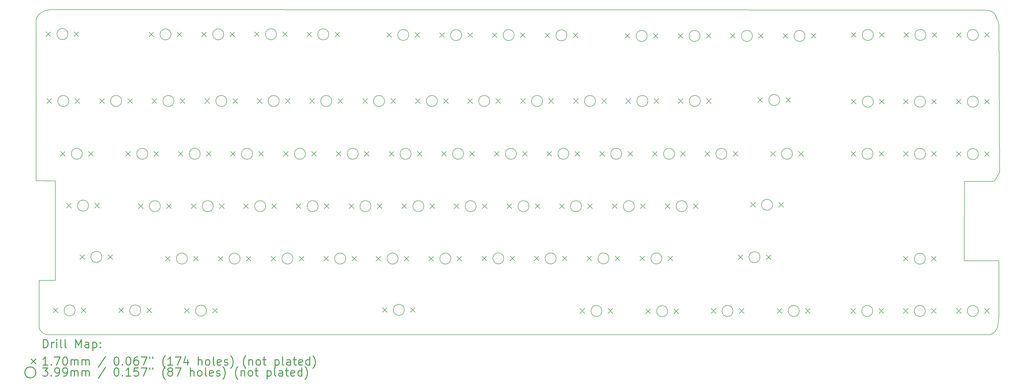
<source format=gbr>
%FSLAX45Y45*%
G04 Gerber Fmt 4.5, Leading zero omitted, Abs format (unit mm)*
G04 Created by KiCad (PCBNEW 4.0.7) date Thu Sep  6 10:03:21 2018*
%MOMM*%
%LPD*%
G01*
G04 APERTURE LIST*
%ADD10C,0.127000*%
%ADD11C,0.150000*%
%ADD12C,0.200000*%
%ADD13C,0.300000*%
G04 APERTURE END LIST*
D10*
D11*
X36425000Y-11550000D02*
X37680000Y-11550000D01*
X36425000Y-10344000D02*
X36435000Y-9451000D01*
X36425000Y-11550000D02*
X36425000Y-10345000D01*
X36435000Y-9450000D02*
X36435000Y-8680000D01*
X2895000Y-2800000D02*
X2887000Y-2855000D01*
X2915000Y-2750000D02*
X2895000Y-2800000D01*
X2947000Y-2697000D02*
X2915000Y-2750000D01*
X2992000Y-2643000D02*
X2947000Y-2698000D01*
X3044000Y-2597000D02*
X2992000Y-2643000D01*
X3100000Y-2560000D02*
X3044000Y-2597000D01*
X3150000Y-2530000D02*
X3100000Y-2560000D01*
X3200000Y-2510000D02*
X3150000Y-2530000D01*
X3250000Y-2495000D02*
X3200000Y-2510000D01*
X3340000Y-2475000D02*
X3250000Y-2495000D01*
X3445000Y-2465000D02*
X3340000Y-2475000D01*
X3550000Y-2460000D02*
X3445000Y-2465000D01*
X37105000Y-2485000D02*
X3550000Y-2460000D01*
X37260000Y-2490000D02*
X37105000Y-2485000D01*
X37360000Y-2505000D02*
X37260000Y-2490000D01*
X37420000Y-2530000D02*
X37360000Y-2505000D01*
X37485000Y-2580000D02*
X37420000Y-2530000D01*
X37530000Y-2635000D02*
X37485000Y-2580000D01*
X37555000Y-2675000D02*
X37530000Y-2635000D01*
X37595000Y-2770000D02*
X37555000Y-2675000D01*
X37620000Y-2835000D02*
X37595000Y-2770000D01*
X37650000Y-2905000D02*
X37620000Y-2835000D01*
X37670000Y-2975000D02*
X37650000Y-2905000D01*
X37680000Y-3050000D02*
X37670000Y-2975000D01*
X37700000Y-8345000D02*
X37680000Y-3050000D01*
X37505000Y-8680000D02*
X37700000Y-8345000D01*
X36435000Y-8680000D02*
X37505000Y-8680000D01*
X37675000Y-13550000D02*
X37680000Y-11550000D01*
X37665000Y-13730000D02*
X37675000Y-13550000D01*
X37645000Y-13865000D02*
X37665000Y-13730000D01*
X37625000Y-13955000D02*
X37645000Y-13865000D01*
X37600000Y-14015000D02*
X37625000Y-13955000D01*
X37570000Y-14065000D02*
X37600000Y-14015000D01*
X37530000Y-14115000D02*
X37570000Y-14065000D01*
X37485000Y-14155000D02*
X37530000Y-14115000D01*
X37435000Y-14190000D02*
X37485000Y-14155000D01*
X37400000Y-14210000D02*
X37435000Y-14190000D01*
X37345000Y-14225000D02*
X37400000Y-14210000D01*
X3290000Y-14225000D02*
X37345000Y-14225000D01*
X3215000Y-14205000D02*
X3290000Y-14225000D01*
X3170000Y-14182000D02*
X3215000Y-14205000D01*
X3120000Y-14155000D02*
X3169000Y-14182000D01*
X3080000Y-14115000D02*
X3120000Y-14155000D01*
X3040000Y-14060000D02*
X3080000Y-14115000D01*
X3010000Y-14015000D02*
X3040000Y-14060000D01*
X2995000Y-13949000D02*
X3010000Y-14015000D01*
X3000000Y-12260000D02*
X2995000Y-13950000D01*
X3580000Y-12260000D02*
X3000000Y-12260000D01*
X3580000Y-8660000D02*
X3580000Y-12260000D01*
X2890000Y-8655000D02*
X3580000Y-8660000D01*
X2887000Y-2855000D02*
X2890000Y-8655000D01*
D12*
X3246910Y-3264910D02*
X3417090Y-3435090D01*
X3417090Y-3264910D02*
X3246910Y-3435090D01*
X3276910Y-5684910D02*
X3447090Y-5855090D01*
X3447090Y-5684910D02*
X3276910Y-5855090D01*
X3506910Y-13259910D02*
X3677090Y-13430090D01*
X3677090Y-13259910D02*
X3506910Y-13430090D01*
X3766910Y-7594910D02*
X3937090Y-7765090D01*
X3937090Y-7594910D02*
X3766910Y-7765090D01*
X3991910Y-9469910D02*
X4162090Y-9640090D01*
X4162090Y-9469910D02*
X3991910Y-9640090D01*
X4262910Y-3264910D02*
X4433090Y-3435090D01*
X4433090Y-3264910D02*
X4262910Y-3435090D01*
X4292910Y-5684910D02*
X4463090Y-5855090D01*
X4463090Y-5684910D02*
X4292910Y-5855090D01*
X4471910Y-11324910D02*
X4642090Y-11495090D01*
X4642090Y-11324910D02*
X4471910Y-11495090D01*
X4522910Y-13259910D02*
X4693090Y-13430090D01*
X4693090Y-13259910D02*
X4522910Y-13430090D01*
X4782910Y-7594910D02*
X4953090Y-7765090D01*
X4953090Y-7594910D02*
X4782910Y-7765090D01*
X5007910Y-9469910D02*
X5178090Y-9640090D01*
X5178090Y-9469910D02*
X5007910Y-9640090D01*
X5186910Y-5684910D02*
X5357090Y-5855090D01*
X5357090Y-5684910D02*
X5186910Y-5855090D01*
X5487910Y-11324910D02*
X5658090Y-11495090D01*
X5658090Y-11324910D02*
X5487910Y-11495090D01*
X5876910Y-13259910D02*
X6047090Y-13430090D01*
X6047090Y-13259910D02*
X5876910Y-13430090D01*
X6131910Y-7594910D02*
X6302090Y-7765090D01*
X6302090Y-7594910D02*
X6131910Y-7765090D01*
X6202910Y-5684910D02*
X6373090Y-5855090D01*
X6373090Y-5684910D02*
X6202910Y-5855090D01*
X6586910Y-9489910D02*
X6757090Y-9660090D01*
X6757090Y-9489910D02*
X6586910Y-9660090D01*
X6892910Y-13259910D02*
X7063090Y-13430090D01*
X7063090Y-13259910D02*
X6892910Y-13430090D01*
X6971910Y-3274910D02*
X7142090Y-3445090D01*
X7142090Y-3274910D02*
X6971910Y-3445090D01*
X7076910Y-5684910D02*
X7247090Y-5855090D01*
X7247090Y-5684910D02*
X7076910Y-5855090D01*
X7147910Y-7594910D02*
X7318090Y-7765090D01*
X7318090Y-7594910D02*
X7147910Y-7765090D01*
X7561910Y-11384910D02*
X7732090Y-11555090D01*
X7732090Y-11384910D02*
X7561910Y-11555090D01*
X7602910Y-9489910D02*
X7773090Y-9660090D01*
X7773090Y-9489910D02*
X7602910Y-9660090D01*
X7987910Y-3274910D02*
X8158090Y-3445090D01*
X8158090Y-3274910D02*
X7987910Y-3445090D01*
X8026910Y-7594910D02*
X8197090Y-7765090D01*
X8197090Y-7594910D02*
X8026910Y-7765090D01*
X8092910Y-5684910D02*
X8263090Y-5855090D01*
X8263090Y-5684910D02*
X8092910Y-5855090D01*
X8251910Y-13269910D02*
X8422090Y-13440090D01*
X8422090Y-13269910D02*
X8251910Y-13440090D01*
X8496910Y-9489910D02*
X8667090Y-9660090D01*
X8667090Y-9489910D02*
X8496910Y-9660090D01*
X8577910Y-11384910D02*
X8748090Y-11555090D01*
X8748090Y-11384910D02*
X8577910Y-11555090D01*
X8876910Y-3274910D02*
X9047090Y-3445090D01*
X9047090Y-3274910D02*
X8876910Y-3445090D01*
X8986910Y-5684910D02*
X9157090Y-5855090D01*
X9157090Y-5684910D02*
X8986910Y-5855090D01*
X9042910Y-7594910D02*
X9213090Y-7765090D01*
X9213090Y-7594910D02*
X9042910Y-7765090D01*
X9267910Y-13269910D02*
X9438090Y-13440090D01*
X9438090Y-13269910D02*
X9267910Y-13440090D01*
X9466910Y-11384910D02*
X9637090Y-11555090D01*
X9637090Y-11384910D02*
X9466910Y-11555090D01*
X9512910Y-9489910D02*
X9683090Y-9660090D01*
X9683090Y-9489910D02*
X9512910Y-9660090D01*
X9892910Y-3274910D02*
X10063090Y-3445090D01*
X10063090Y-3274910D02*
X9892910Y-3445090D01*
X9916910Y-7594910D02*
X10087090Y-7765090D01*
X10087090Y-7594910D02*
X9916910Y-7765090D01*
X10002910Y-5684910D02*
X10173090Y-5855090D01*
X10173090Y-5684910D02*
X10002910Y-5855090D01*
X10391910Y-9489910D02*
X10562090Y-9660090D01*
X10562090Y-9489910D02*
X10391910Y-9660090D01*
X10482910Y-11384910D02*
X10653090Y-11555090D01*
X10653090Y-11384910D02*
X10482910Y-11555090D01*
X10781910Y-3269910D02*
X10952090Y-3440090D01*
X10952090Y-3269910D02*
X10781910Y-3440090D01*
X10881910Y-5684910D02*
X11052090Y-5855090D01*
X11052090Y-5684910D02*
X10881910Y-5855090D01*
X10932910Y-7594910D02*
X11103090Y-7765090D01*
X11103090Y-7594910D02*
X10932910Y-7765090D01*
X11376910Y-11384910D02*
X11547090Y-11555090D01*
X11547090Y-11384910D02*
X11376910Y-11555090D01*
X11407910Y-9489910D02*
X11578090Y-9660090D01*
X11578090Y-9489910D02*
X11407910Y-9660090D01*
X11797910Y-3269910D02*
X11968090Y-3440090D01*
X11968090Y-3269910D02*
X11797910Y-3440090D01*
X11826910Y-7594910D02*
X11997090Y-7765090D01*
X11997090Y-7594910D02*
X11826910Y-7765090D01*
X11897910Y-5684910D02*
X12068090Y-5855090D01*
X12068090Y-5684910D02*
X11897910Y-5855090D01*
X12286910Y-9489910D02*
X12457090Y-9660090D01*
X12457090Y-9489910D02*
X12286910Y-9660090D01*
X12392910Y-11384910D02*
X12563090Y-11555090D01*
X12563090Y-11384910D02*
X12392910Y-11555090D01*
X12671910Y-3274910D02*
X12842090Y-3445090D01*
X12842090Y-3274910D02*
X12671910Y-3445090D01*
X12776910Y-5684910D02*
X12947090Y-5855090D01*
X12947090Y-5684910D02*
X12776910Y-5855090D01*
X12842910Y-7594910D02*
X13013090Y-7765090D01*
X13013090Y-7594910D02*
X12842910Y-7765090D01*
X13281910Y-11384910D02*
X13452090Y-11555090D01*
X13452090Y-11384910D02*
X13281910Y-11555090D01*
X13302910Y-9489910D02*
X13473090Y-9660090D01*
X13473090Y-9489910D02*
X13302910Y-9660090D01*
X13687910Y-3274910D02*
X13858090Y-3445090D01*
X13858090Y-3274910D02*
X13687910Y-3445090D01*
X13736910Y-7594910D02*
X13907090Y-7765090D01*
X13907090Y-7594910D02*
X13736910Y-7765090D01*
X13792910Y-5684910D02*
X13963090Y-5855090D01*
X13963090Y-5684910D02*
X13792910Y-5855090D01*
X14196910Y-9489910D02*
X14367090Y-9660090D01*
X14367090Y-9489910D02*
X14196910Y-9660090D01*
X14297910Y-11384910D02*
X14468090Y-11555090D01*
X14468090Y-11384910D02*
X14297910Y-11555090D01*
X14686910Y-5684910D02*
X14857090Y-5855090D01*
X14857090Y-5684910D02*
X14686910Y-5855090D01*
X14752910Y-7594910D02*
X14923090Y-7765090D01*
X14923090Y-7594910D02*
X14752910Y-7765090D01*
X15176910Y-11384910D02*
X15347090Y-11555090D01*
X15347090Y-11384910D02*
X15176910Y-11555090D01*
X15212910Y-9489910D02*
X15383090Y-9660090D01*
X15383090Y-9489910D02*
X15212910Y-9660090D01*
X15401910Y-13239910D02*
X15572090Y-13410090D01*
X15572090Y-13239910D02*
X15401910Y-13410090D01*
X15561910Y-3294910D02*
X15732090Y-3465090D01*
X15732090Y-3294910D02*
X15561910Y-3465090D01*
X15646910Y-7594910D02*
X15817090Y-7765090D01*
X15817090Y-7594910D02*
X15646910Y-7765090D01*
X15702910Y-5684910D02*
X15873090Y-5855090D01*
X15873090Y-5684910D02*
X15702910Y-5855090D01*
X16106910Y-9489910D02*
X16277090Y-9660090D01*
X16277090Y-9489910D02*
X16106910Y-9660090D01*
X16192910Y-11384910D02*
X16363090Y-11555090D01*
X16363090Y-11384910D02*
X16192910Y-11555090D01*
X16417910Y-13239910D02*
X16588090Y-13410090D01*
X16588090Y-13239910D02*
X16417910Y-13410090D01*
X16577910Y-3294910D02*
X16748090Y-3465090D01*
X16748090Y-3294910D02*
X16577910Y-3465090D01*
X16596910Y-5684910D02*
X16767090Y-5855090D01*
X16767090Y-5684910D02*
X16596910Y-5855090D01*
X16662910Y-7594910D02*
X16833090Y-7765090D01*
X16833090Y-7594910D02*
X16662910Y-7765090D01*
X17081910Y-11384910D02*
X17252090Y-11555090D01*
X17252090Y-11384910D02*
X17081910Y-11555090D01*
X17122910Y-9489910D02*
X17293090Y-9660090D01*
X17293090Y-9489910D02*
X17122910Y-9660090D01*
X17471910Y-3299910D02*
X17642090Y-3470090D01*
X17642090Y-3299910D02*
X17471910Y-3470090D01*
X17541910Y-7594910D02*
X17712090Y-7765090D01*
X17712090Y-7594910D02*
X17541910Y-7765090D01*
X17612910Y-5684910D02*
X17783090Y-5855090D01*
X17783090Y-5684910D02*
X17612910Y-5855090D01*
X17996910Y-9489910D02*
X18167090Y-9660090D01*
X18167090Y-9489910D02*
X17996910Y-9660090D01*
X18097910Y-11384910D02*
X18268090Y-11555090D01*
X18268090Y-11384910D02*
X18097910Y-11555090D01*
X18486910Y-5684910D02*
X18657090Y-5855090D01*
X18657090Y-5684910D02*
X18486910Y-5855090D01*
X18487910Y-3299910D02*
X18658090Y-3470090D01*
X18658090Y-3299910D02*
X18487910Y-3470090D01*
X18557910Y-7594910D02*
X18728090Y-7765090D01*
X18728090Y-7594910D02*
X18557910Y-7765090D01*
X18996910Y-11379910D02*
X19167090Y-11550090D01*
X19167090Y-11379910D02*
X18996910Y-11550090D01*
X19012910Y-9489910D02*
X19183090Y-9660090D01*
X19183090Y-9489910D02*
X19012910Y-9660090D01*
X19371910Y-3299910D02*
X19542090Y-3470090D01*
X19542090Y-3299910D02*
X19371910Y-3470090D01*
X19451910Y-7594910D02*
X19622090Y-7765090D01*
X19622090Y-7594910D02*
X19451910Y-7765090D01*
X19502910Y-5684910D02*
X19673090Y-5855090D01*
X19673090Y-5684910D02*
X19502910Y-5855090D01*
X19906910Y-9489910D02*
X20077090Y-9660090D01*
X20077090Y-9489910D02*
X19906910Y-9660090D01*
X20012910Y-11379910D02*
X20183090Y-11550090D01*
X20183090Y-11379910D02*
X20012910Y-11550090D01*
X20387910Y-3299910D02*
X20558090Y-3470090D01*
X20558090Y-3299910D02*
X20387910Y-3470090D01*
X20396910Y-5684910D02*
X20567090Y-5855090D01*
X20567090Y-5684910D02*
X20396910Y-5855090D01*
X20467910Y-7594910D02*
X20638090Y-7765090D01*
X20638090Y-7594910D02*
X20467910Y-7765090D01*
X20886910Y-11379910D02*
X21057090Y-11550090D01*
X21057090Y-11379910D02*
X20886910Y-11550090D01*
X20922910Y-9489910D02*
X21093090Y-9660090D01*
X21093090Y-9489910D02*
X20922910Y-9660090D01*
X21276910Y-3309910D02*
X21447090Y-3480090D01*
X21447090Y-3309910D02*
X21276910Y-3480090D01*
X21346910Y-7594910D02*
X21517090Y-7765090D01*
X21517090Y-7594910D02*
X21346910Y-7765090D01*
X21412910Y-5684910D02*
X21583090Y-5855090D01*
X21583090Y-5684910D02*
X21412910Y-5855090D01*
X21801910Y-9489910D02*
X21972090Y-9660090D01*
X21972090Y-9489910D02*
X21801910Y-9660090D01*
X21902910Y-11379910D02*
X22073090Y-11550090D01*
X22073090Y-11379910D02*
X21902910Y-11550090D01*
X22292910Y-3309910D02*
X22463090Y-3480090D01*
X22463090Y-3309910D02*
X22292910Y-3480090D01*
X22306910Y-5684910D02*
X22477090Y-5855090D01*
X22477090Y-5684910D02*
X22306910Y-5855090D01*
X22362910Y-7594910D02*
X22533090Y-7765090D01*
X22533090Y-7594910D02*
X22362910Y-7765090D01*
X22541910Y-13279910D02*
X22712090Y-13450090D01*
X22712090Y-13279910D02*
X22541910Y-13450090D01*
X22796910Y-11379910D02*
X22967090Y-11550090D01*
X22967090Y-11379910D02*
X22796910Y-11550090D01*
X22817910Y-9489910D02*
X22988090Y-9660090D01*
X22988090Y-9489910D02*
X22817910Y-9660090D01*
X23256910Y-7594910D02*
X23427090Y-7765090D01*
X23427090Y-7594910D02*
X23256910Y-7765090D01*
X23322910Y-5684910D02*
X23493090Y-5855090D01*
X23493090Y-5684910D02*
X23322910Y-5855090D01*
X23557910Y-13279910D02*
X23728090Y-13450090D01*
X23728090Y-13279910D02*
X23557910Y-13450090D01*
X23711910Y-9489910D02*
X23882090Y-9660090D01*
X23882090Y-9489910D02*
X23711910Y-9660090D01*
X23812910Y-11379910D02*
X23983090Y-11550090D01*
X23983090Y-11379910D02*
X23812910Y-11550090D01*
X24176910Y-3329910D02*
X24347090Y-3500090D01*
X24347090Y-3329910D02*
X24176910Y-3500090D01*
X24201910Y-5684910D02*
X24372090Y-5855090D01*
X24372090Y-5684910D02*
X24201910Y-5855090D01*
X24272910Y-7594910D02*
X24443090Y-7765090D01*
X24443090Y-7594910D02*
X24272910Y-7765090D01*
X24706910Y-11379910D02*
X24877090Y-11550090D01*
X24877090Y-11379910D02*
X24706910Y-11550090D01*
X24727910Y-9489910D02*
X24898090Y-9660090D01*
X24898090Y-9489910D02*
X24727910Y-9660090D01*
X24916910Y-13289910D02*
X25087090Y-13460090D01*
X25087090Y-13289910D02*
X24916910Y-13460090D01*
X25166910Y-7594910D02*
X25337090Y-7765090D01*
X25337090Y-7594910D02*
X25166910Y-7765090D01*
X25192910Y-3329910D02*
X25363090Y-3500090D01*
X25363090Y-3329910D02*
X25192910Y-3500090D01*
X25217910Y-5684910D02*
X25388090Y-5855090D01*
X25388090Y-5684910D02*
X25217910Y-5855090D01*
X25621910Y-9489910D02*
X25792090Y-9660090D01*
X25792090Y-9489910D02*
X25621910Y-9660090D01*
X25722910Y-11379910D02*
X25893090Y-11550090D01*
X25893090Y-11379910D02*
X25722910Y-11550090D01*
X25932910Y-13289910D02*
X26103090Y-13460090D01*
X26103090Y-13289910D02*
X25932910Y-13460090D01*
X26086910Y-3329910D02*
X26257090Y-3500090D01*
X26257090Y-3329910D02*
X26086910Y-3500090D01*
X26096910Y-5684910D02*
X26267090Y-5855090D01*
X26267090Y-5684910D02*
X26096910Y-5855090D01*
X26182910Y-7594910D02*
X26353090Y-7765090D01*
X26353090Y-7594910D02*
X26182910Y-7765090D01*
X26637910Y-9489910D02*
X26808090Y-9660090D01*
X26808090Y-9489910D02*
X26637910Y-9660090D01*
X27056910Y-7594910D02*
X27227090Y-7765090D01*
X27227090Y-7594910D02*
X27056910Y-7765090D01*
X27102910Y-3329910D02*
X27273090Y-3500090D01*
X27273090Y-3329910D02*
X27102910Y-3500090D01*
X27112910Y-5684910D02*
X27283090Y-5855090D01*
X27283090Y-5684910D02*
X27112910Y-5855090D01*
X27276910Y-13279910D02*
X27447090Y-13450090D01*
X27447090Y-13279910D02*
X27276910Y-13450090D01*
X27976910Y-3329910D02*
X28147090Y-3500090D01*
X28147090Y-3329910D02*
X27976910Y-3500090D01*
X28072910Y-7594910D02*
X28243090Y-7765090D01*
X28243090Y-7594910D02*
X28072910Y-7765090D01*
X28251910Y-11334910D02*
X28422090Y-11505090D01*
X28422090Y-11334910D02*
X28251910Y-11505090D01*
X28292910Y-13279910D02*
X28463090Y-13450090D01*
X28463090Y-13279910D02*
X28292910Y-13450090D01*
X28706910Y-9439910D02*
X28877090Y-9610090D01*
X28877090Y-9439910D02*
X28706910Y-9610090D01*
X28966910Y-5649910D02*
X29137090Y-5820090D01*
X29137090Y-5649910D02*
X28966910Y-5820090D01*
X28992910Y-3329910D02*
X29163090Y-3500090D01*
X29163090Y-3329910D02*
X28992910Y-3500090D01*
X29267910Y-11334910D02*
X29438090Y-11505090D01*
X29438090Y-11334910D02*
X29267910Y-11505090D01*
X29426910Y-7594910D02*
X29597090Y-7765090D01*
X29597090Y-7594910D02*
X29426910Y-7765090D01*
X29671910Y-13279910D02*
X29842090Y-13450090D01*
X29842090Y-13279910D02*
X29671910Y-13450090D01*
X29722910Y-9439910D02*
X29893090Y-9610090D01*
X29893090Y-9439910D02*
X29722910Y-9610090D01*
X29881910Y-3329910D02*
X30052090Y-3500090D01*
X30052090Y-3329910D02*
X29881910Y-3500090D01*
X29982910Y-5649910D02*
X30153090Y-5820090D01*
X30153090Y-5649910D02*
X29982910Y-5820090D01*
X30442910Y-7594910D02*
X30613090Y-7765090D01*
X30613090Y-7594910D02*
X30442910Y-7765090D01*
X30687910Y-13279910D02*
X30858090Y-13450090D01*
X30858090Y-13279910D02*
X30687910Y-13450090D01*
X30897910Y-3329910D02*
X31068090Y-3500090D01*
X31068090Y-3329910D02*
X30897910Y-3500090D01*
X32326910Y-13279910D02*
X32497090Y-13450090D01*
X32497090Y-13279910D02*
X32326910Y-13450090D01*
X32336910Y-7594910D02*
X32507090Y-7765090D01*
X32507090Y-7594910D02*
X32336910Y-7765090D01*
X32346910Y-3294910D02*
X32517090Y-3465090D01*
X32517090Y-3294910D02*
X32346910Y-3465090D01*
X32346910Y-5709910D02*
X32517090Y-5880090D01*
X32517090Y-5709910D02*
X32346910Y-5880090D01*
X33342910Y-13279910D02*
X33513090Y-13450090D01*
X33513090Y-13279910D02*
X33342910Y-13450090D01*
X33352910Y-7594910D02*
X33523090Y-7765090D01*
X33523090Y-7594910D02*
X33352910Y-7765090D01*
X33362910Y-3294910D02*
X33533090Y-3465090D01*
X33533090Y-3294910D02*
X33362910Y-3465090D01*
X33362910Y-5709910D02*
X33533090Y-5880090D01*
X33533090Y-5709910D02*
X33362910Y-5880090D01*
X34226910Y-11389910D02*
X34397090Y-11560090D01*
X34397090Y-11389910D02*
X34226910Y-11560090D01*
X34226910Y-13279910D02*
X34397090Y-13450090D01*
X34397090Y-13279910D02*
X34226910Y-13450090D01*
X34231910Y-5709910D02*
X34402090Y-5880090D01*
X34402090Y-5709910D02*
X34231910Y-5880090D01*
X34231910Y-7594910D02*
X34402090Y-7765090D01*
X34402090Y-7594910D02*
X34231910Y-7765090D01*
X34246910Y-3294910D02*
X34417090Y-3465090D01*
X34417090Y-3294910D02*
X34246910Y-3465090D01*
X35242910Y-11389910D02*
X35413090Y-11560090D01*
X35413090Y-11389910D02*
X35242910Y-11560090D01*
X35242910Y-13279910D02*
X35413090Y-13450090D01*
X35413090Y-13279910D02*
X35242910Y-13450090D01*
X35247910Y-5709910D02*
X35418090Y-5880090D01*
X35418090Y-5709910D02*
X35247910Y-5880090D01*
X35247910Y-7594910D02*
X35418090Y-7765090D01*
X35418090Y-7594910D02*
X35247910Y-7765090D01*
X35262910Y-3294910D02*
X35433090Y-3465090D01*
X35433090Y-3294910D02*
X35262910Y-3465090D01*
X36141910Y-3294910D02*
X36312090Y-3465090D01*
X36312090Y-3294910D02*
X36141910Y-3465090D01*
X36141910Y-5709910D02*
X36312090Y-5880090D01*
X36312090Y-5709910D02*
X36141910Y-5880090D01*
X36141910Y-7604910D02*
X36312090Y-7775090D01*
X36312090Y-7604910D02*
X36141910Y-7775090D01*
X36141910Y-13279910D02*
X36312090Y-13450090D01*
X36312090Y-13279910D02*
X36141910Y-13450090D01*
X37157910Y-3294910D02*
X37328090Y-3465090D01*
X37328090Y-3294910D02*
X37157910Y-3465090D01*
X37157910Y-5709910D02*
X37328090Y-5880090D01*
X37328090Y-5709910D02*
X37157910Y-5880090D01*
X37157910Y-7604910D02*
X37328090Y-7775090D01*
X37328090Y-7604910D02*
X37157910Y-7775090D01*
X37157910Y-13279910D02*
X37328090Y-13450090D01*
X37328090Y-13279910D02*
X37157910Y-13450090D01*
X4039390Y-3350000D02*
G75*
G03X4039390Y-3350000I-199390J0D01*
G01*
X4069390Y-5770000D02*
G75*
G03X4069390Y-5770000I-199390J0D01*
G01*
X4299390Y-13345000D02*
G75*
G03X4299390Y-13345000I-199390J0D01*
G01*
X4559390Y-7680000D02*
G75*
G03X4559390Y-7680000I-199390J0D01*
G01*
X4784390Y-9555000D02*
G75*
G03X4784390Y-9555000I-199390J0D01*
G01*
X5264390Y-11410000D02*
G75*
G03X5264390Y-11410000I-199390J0D01*
G01*
X5979390Y-5770000D02*
G75*
G03X5979390Y-5770000I-199390J0D01*
G01*
X6669390Y-13345000D02*
G75*
G03X6669390Y-13345000I-199390J0D01*
G01*
X6924390Y-7680000D02*
G75*
G03X6924390Y-7680000I-199390J0D01*
G01*
X7379390Y-9575000D02*
G75*
G03X7379390Y-9575000I-199390J0D01*
G01*
X7764390Y-3360000D02*
G75*
G03X7764390Y-3360000I-199390J0D01*
G01*
X7869390Y-5770000D02*
G75*
G03X7869390Y-5770000I-199390J0D01*
G01*
X8354390Y-11470000D02*
G75*
G03X8354390Y-11470000I-199390J0D01*
G01*
X8819390Y-7680000D02*
G75*
G03X8819390Y-7680000I-199390J0D01*
G01*
X9044390Y-13355000D02*
G75*
G03X9044390Y-13355000I-199390J0D01*
G01*
X9289390Y-9575000D02*
G75*
G03X9289390Y-9575000I-199390J0D01*
G01*
X9669390Y-3360000D02*
G75*
G03X9669390Y-3360000I-199390J0D01*
G01*
X9779390Y-5770000D02*
G75*
G03X9779390Y-5770000I-199390J0D01*
G01*
X10259390Y-11470000D02*
G75*
G03X10259390Y-11470000I-199390J0D01*
G01*
X10709390Y-7680000D02*
G75*
G03X10709390Y-7680000I-199390J0D01*
G01*
X11184390Y-9575000D02*
G75*
G03X11184390Y-9575000I-199390J0D01*
G01*
X11574390Y-3355000D02*
G75*
G03X11574390Y-3355000I-199390J0D01*
G01*
X11674390Y-5770000D02*
G75*
G03X11674390Y-5770000I-199390J0D01*
G01*
X12169390Y-11470000D02*
G75*
G03X12169390Y-11470000I-199390J0D01*
G01*
X12619390Y-7680000D02*
G75*
G03X12619390Y-7680000I-199390J0D01*
G01*
X13079390Y-9575000D02*
G75*
G03X13079390Y-9575000I-199390J0D01*
G01*
X13464390Y-3360000D02*
G75*
G03X13464390Y-3360000I-199390J0D01*
G01*
X13569390Y-5770000D02*
G75*
G03X13569390Y-5770000I-199390J0D01*
G01*
X14074390Y-11470000D02*
G75*
G03X14074390Y-11470000I-199390J0D01*
G01*
X14529390Y-7680000D02*
G75*
G03X14529390Y-7680000I-199390J0D01*
G01*
X14989390Y-9575000D02*
G75*
G03X14989390Y-9575000I-199390J0D01*
G01*
X15479390Y-5770000D02*
G75*
G03X15479390Y-5770000I-199390J0D01*
G01*
X15969390Y-11470000D02*
G75*
G03X15969390Y-11470000I-199390J0D01*
G01*
X16194390Y-13325000D02*
G75*
G03X16194390Y-13325000I-199390J0D01*
G01*
X16354390Y-3380000D02*
G75*
G03X16354390Y-3380000I-199390J0D01*
G01*
X16439390Y-7680000D02*
G75*
G03X16439390Y-7680000I-199390J0D01*
G01*
X16899390Y-9575000D02*
G75*
G03X16899390Y-9575000I-199390J0D01*
G01*
X17389390Y-5770000D02*
G75*
G03X17389390Y-5770000I-199390J0D01*
G01*
X17874390Y-11470000D02*
G75*
G03X17874390Y-11470000I-199390J0D01*
G01*
X18264390Y-3385000D02*
G75*
G03X18264390Y-3385000I-199390J0D01*
G01*
X18334390Y-7680000D02*
G75*
G03X18334390Y-7680000I-199390J0D01*
G01*
X18789390Y-9575000D02*
G75*
G03X18789390Y-9575000I-199390J0D01*
G01*
X19279390Y-5770000D02*
G75*
G03X19279390Y-5770000I-199390J0D01*
G01*
X19789390Y-11465000D02*
G75*
G03X19789390Y-11465000I-199390J0D01*
G01*
X20164390Y-3385000D02*
G75*
G03X20164390Y-3385000I-199390J0D01*
G01*
X20244390Y-7680000D02*
G75*
G03X20244390Y-7680000I-199390J0D01*
G01*
X20699390Y-9575000D02*
G75*
G03X20699390Y-9575000I-199390J0D01*
G01*
X21189390Y-5770000D02*
G75*
G03X21189390Y-5770000I-199390J0D01*
G01*
X21679390Y-11465000D02*
G75*
G03X21679390Y-11465000I-199390J0D01*
G01*
X22069390Y-3395000D02*
G75*
G03X22069390Y-3395000I-199390J0D01*
G01*
X22139390Y-7680000D02*
G75*
G03X22139390Y-7680000I-199390J0D01*
G01*
X22594390Y-9575000D02*
G75*
G03X22594390Y-9575000I-199390J0D01*
G01*
X23099390Y-5770000D02*
G75*
G03X23099390Y-5770000I-199390J0D01*
G01*
X23334390Y-13365000D02*
G75*
G03X23334390Y-13365000I-199390J0D01*
G01*
X23589390Y-11465000D02*
G75*
G03X23589390Y-11465000I-199390J0D01*
G01*
X24049390Y-7680000D02*
G75*
G03X24049390Y-7680000I-199390J0D01*
G01*
X24504390Y-9575000D02*
G75*
G03X24504390Y-9575000I-199390J0D01*
G01*
X24969390Y-3415000D02*
G75*
G03X24969390Y-3415000I-199390J0D01*
G01*
X24994390Y-5770000D02*
G75*
G03X24994390Y-5770000I-199390J0D01*
G01*
X25499390Y-11465000D02*
G75*
G03X25499390Y-11465000I-199390J0D01*
G01*
X25709390Y-13375000D02*
G75*
G03X25709390Y-13375000I-199390J0D01*
G01*
X25959390Y-7680000D02*
G75*
G03X25959390Y-7680000I-199390J0D01*
G01*
X26414390Y-9575000D02*
G75*
G03X26414390Y-9575000I-199390J0D01*
G01*
X26879390Y-3415000D02*
G75*
G03X26879390Y-3415000I-199390J0D01*
G01*
X26889390Y-5770000D02*
G75*
G03X26889390Y-5770000I-199390J0D01*
G01*
X27849390Y-7680000D02*
G75*
G03X27849390Y-7680000I-199390J0D01*
G01*
X28069390Y-13365000D02*
G75*
G03X28069390Y-13365000I-199390J0D01*
G01*
X28769390Y-3415000D02*
G75*
G03X28769390Y-3415000I-199390J0D01*
G01*
X29044390Y-11420000D02*
G75*
G03X29044390Y-11420000I-199390J0D01*
G01*
X29499390Y-9525000D02*
G75*
G03X29499390Y-9525000I-199390J0D01*
G01*
X29759390Y-5735000D02*
G75*
G03X29759390Y-5735000I-199390J0D01*
G01*
X30219390Y-7680000D02*
G75*
G03X30219390Y-7680000I-199390J0D01*
G01*
X30464390Y-13365000D02*
G75*
G03X30464390Y-13365000I-199390J0D01*
G01*
X30674390Y-3415000D02*
G75*
G03X30674390Y-3415000I-199390J0D01*
G01*
X33119390Y-13365000D02*
G75*
G03X33119390Y-13365000I-199390J0D01*
G01*
X33129390Y-7680000D02*
G75*
G03X33129390Y-7680000I-199390J0D01*
G01*
X33139390Y-3380000D02*
G75*
G03X33139390Y-3380000I-199390J0D01*
G01*
X33139390Y-5795000D02*
G75*
G03X33139390Y-5795000I-199390J0D01*
G01*
X35019390Y-11475000D02*
G75*
G03X35019390Y-11475000I-199390J0D01*
G01*
X35019390Y-13365000D02*
G75*
G03X35019390Y-13365000I-199390J0D01*
G01*
X35024390Y-5795000D02*
G75*
G03X35024390Y-5795000I-199390J0D01*
G01*
X35024390Y-7680000D02*
G75*
G03X35024390Y-7680000I-199390J0D01*
G01*
X35039390Y-3380000D02*
G75*
G03X35039390Y-3380000I-199390J0D01*
G01*
X36934390Y-3380000D02*
G75*
G03X36934390Y-3380000I-199390J0D01*
G01*
X36934390Y-5795000D02*
G75*
G03X36934390Y-5795000I-199390J0D01*
G01*
X36934390Y-7690000D02*
G75*
G03X36934390Y-7690000I-199390J0D01*
G01*
X36934390Y-13365000D02*
G75*
G03X36934390Y-13365000I-199390J0D01*
G01*
D13*
X3150928Y-14698214D02*
X3150928Y-14398214D01*
X3222357Y-14398214D01*
X3265214Y-14412500D01*
X3293786Y-14441071D01*
X3308071Y-14469643D01*
X3322357Y-14526786D01*
X3322357Y-14569643D01*
X3308071Y-14626786D01*
X3293786Y-14655357D01*
X3265214Y-14683929D01*
X3222357Y-14698214D01*
X3150928Y-14698214D01*
X3450928Y-14698214D02*
X3450928Y-14498214D01*
X3450928Y-14555357D02*
X3465214Y-14526786D01*
X3479500Y-14512500D01*
X3508071Y-14498214D01*
X3536643Y-14498214D01*
X3636643Y-14698214D02*
X3636643Y-14498214D01*
X3636643Y-14398214D02*
X3622357Y-14412500D01*
X3636643Y-14426786D01*
X3650928Y-14412500D01*
X3636643Y-14398214D01*
X3636643Y-14426786D01*
X3822357Y-14698214D02*
X3793786Y-14683929D01*
X3779500Y-14655357D01*
X3779500Y-14398214D01*
X3979500Y-14698214D02*
X3950928Y-14683929D01*
X3936643Y-14655357D01*
X3936643Y-14398214D01*
X4322357Y-14698214D02*
X4322357Y-14398214D01*
X4422357Y-14612500D01*
X4522357Y-14398214D01*
X4522357Y-14698214D01*
X4793786Y-14698214D02*
X4793786Y-14541071D01*
X4779500Y-14512500D01*
X4750929Y-14498214D01*
X4693786Y-14498214D01*
X4665214Y-14512500D01*
X4793786Y-14683929D02*
X4765214Y-14698214D01*
X4693786Y-14698214D01*
X4665214Y-14683929D01*
X4650929Y-14655357D01*
X4650929Y-14626786D01*
X4665214Y-14598214D01*
X4693786Y-14583929D01*
X4765214Y-14583929D01*
X4793786Y-14569643D01*
X4936643Y-14498214D02*
X4936643Y-14798214D01*
X4936643Y-14512500D02*
X4965214Y-14498214D01*
X5022357Y-14498214D01*
X5050929Y-14512500D01*
X5065214Y-14526786D01*
X5079500Y-14555357D01*
X5079500Y-14641071D01*
X5065214Y-14669643D01*
X5050929Y-14683929D01*
X5022357Y-14698214D01*
X4965214Y-14698214D01*
X4936643Y-14683929D01*
X5208071Y-14669643D02*
X5222357Y-14683929D01*
X5208071Y-14698214D01*
X5193786Y-14683929D01*
X5208071Y-14669643D01*
X5208071Y-14698214D01*
X5208071Y-14512500D02*
X5222357Y-14526786D01*
X5208071Y-14541071D01*
X5193786Y-14526786D01*
X5208071Y-14512500D01*
X5208071Y-14541071D01*
X2709320Y-15107410D02*
X2879500Y-15277590D01*
X2879500Y-15107410D02*
X2709320Y-15277590D01*
X3308071Y-15328214D02*
X3136643Y-15328214D01*
X3222357Y-15328214D02*
X3222357Y-15028214D01*
X3193786Y-15071071D01*
X3165214Y-15099643D01*
X3136643Y-15113929D01*
X3436643Y-15299643D02*
X3450928Y-15313929D01*
X3436643Y-15328214D01*
X3422357Y-15313929D01*
X3436643Y-15299643D01*
X3436643Y-15328214D01*
X3550928Y-15028214D02*
X3750928Y-15028214D01*
X3622357Y-15328214D01*
X3922357Y-15028214D02*
X3950928Y-15028214D01*
X3979500Y-15042500D01*
X3993786Y-15056786D01*
X4008071Y-15085357D01*
X4022357Y-15142500D01*
X4022357Y-15213929D01*
X4008071Y-15271071D01*
X3993786Y-15299643D01*
X3979500Y-15313929D01*
X3950928Y-15328214D01*
X3922357Y-15328214D01*
X3893786Y-15313929D01*
X3879500Y-15299643D01*
X3865214Y-15271071D01*
X3850928Y-15213929D01*
X3850928Y-15142500D01*
X3865214Y-15085357D01*
X3879500Y-15056786D01*
X3893786Y-15042500D01*
X3922357Y-15028214D01*
X4150928Y-15328214D02*
X4150928Y-15128214D01*
X4150928Y-15156786D02*
X4165214Y-15142500D01*
X4193786Y-15128214D01*
X4236643Y-15128214D01*
X4265214Y-15142500D01*
X4279500Y-15171071D01*
X4279500Y-15328214D01*
X4279500Y-15171071D02*
X4293786Y-15142500D01*
X4322357Y-15128214D01*
X4365214Y-15128214D01*
X4393786Y-15142500D01*
X4408071Y-15171071D01*
X4408071Y-15328214D01*
X4550929Y-15328214D02*
X4550929Y-15128214D01*
X4550929Y-15156786D02*
X4565214Y-15142500D01*
X4593786Y-15128214D01*
X4636643Y-15128214D01*
X4665214Y-15142500D01*
X4679500Y-15171071D01*
X4679500Y-15328214D01*
X4679500Y-15171071D02*
X4693786Y-15142500D01*
X4722357Y-15128214D01*
X4765214Y-15128214D01*
X4793786Y-15142500D01*
X4808071Y-15171071D01*
X4808071Y-15328214D01*
X5393786Y-15013929D02*
X5136643Y-15399643D01*
X5779500Y-15028214D02*
X5808071Y-15028214D01*
X5836643Y-15042500D01*
X5850928Y-15056786D01*
X5865214Y-15085357D01*
X5879500Y-15142500D01*
X5879500Y-15213929D01*
X5865214Y-15271071D01*
X5850928Y-15299643D01*
X5836643Y-15313929D01*
X5808071Y-15328214D01*
X5779500Y-15328214D01*
X5750928Y-15313929D01*
X5736643Y-15299643D01*
X5722357Y-15271071D01*
X5708071Y-15213929D01*
X5708071Y-15142500D01*
X5722357Y-15085357D01*
X5736643Y-15056786D01*
X5750928Y-15042500D01*
X5779500Y-15028214D01*
X6008071Y-15299643D02*
X6022357Y-15313929D01*
X6008071Y-15328214D01*
X5993786Y-15313929D01*
X6008071Y-15299643D01*
X6008071Y-15328214D01*
X6208071Y-15028214D02*
X6236643Y-15028214D01*
X6265214Y-15042500D01*
X6279500Y-15056786D01*
X6293785Y-15085357D01*
X6308071Y-15142500D01*
X6308071Y-15213929D01*
X6293785Y-15271071D01*
X6279500Y-15299643D01*
X6265214Y-15313929D01*
X6236643Y-15328214D01*
X6208071Y-15328214D01*
X6179500Y-15313929D01*
X6165214Y-15299643D01*
X6150928Y-15271071D01*
X6136643Y-15213929D01*
X6136643Y-15142500D01*
X6150928Y-15085357D01*
X6165214Y-15056786D01*
X6179500Y-15042500D01*
X6208071Y-15028214D01*
X6565214Y-15028214D02*
X6508071Y-15028214D01*
X6479500Y-15042500D01*
X6465214Y-15056786D01*
X6436643Y-15099643D01*
X6422357Y-15156786D01*
X6422357Y-15271071D01*
X6436643Y-15299643D01*
X6450928Y-15313929D01*
X6479500Y-15328214D01*
X6536643Y-15328214D01*
X6565214Y-15313929D01*
X6579500Y-15299643D01*
X6593785Y-15271071D01*
X6593785Y-15199643D01*
X6579500Y-15171071D01*
X6565214Y-15156786D01*
X6536643Y-15142500D01*
X6479500Y-15142500D01*
X6450928Y-15156786D01*
X6436643Y-15171071D01*
X6422357Y-15199643D01*
X6693785Y-15028214D02*
X6893785Y-15028214D01*
X6765214Y-15328214D01*
X6993786Y-15028214D02*
X6993786Y-15085357D01*
X7108071Y-15028214D02*
X7108071Y-15085357D01*
X7550928Y-15442500D02*
X7536643Y-15428214D01*
X7508071Y-15385357D01*
X7493785Y-15356786D01*
X7479500Y-15313929D01*
X7465214Y-15242500D01*
X7465214Y-15185357D01*
X7479500Y-15113929D01*
X7493785Y-15071071D01*
X7508071Y-15042500D01*
X7536643Y-14999643D01*
X7550928Y-14985357D01*
X7822357Y-15328214D02*
X7650928Y-15328214D01*
X7736643Y-15328214D02*
X7736643Y-15028214D01*
X7708071Y-15071071D01*
X7679500Y-15099643D01*
X7650928Y-15113929D01*
X7922357Y-15028214D02*
X8122357Y-15028214D01*
X7993785Y-15328214D01*
X8365214Y-15128214D02*
X8365214Y-15328214D01*
X8293785Y-15013929D02*
X8222357Y-15228214D01*
X8408071Y-15228214D01*
X8750928Y-15328214D02*
X8750928Y-15028214D01*
X8879500Y-15328214D02*
X8879500Y-15171071D01*
X8865214Y-15142500D01*
X8836643Y-15128214D01*
X8793786Y-15128214D01*
X8765214Y-15142500D01*
X8750928Y-15156786D01*
X9065214Y-15328214D02*
X9036643Y-15313929D01*
X9022357Y-15299643D01*
X9008071Y-15271071D01*
X9008071Y-15185357D01*
X9022357Y-15156786D01*
X9036643Y-15142500D01*
X9065214Y-15128214D01*
X9108071Y-15128214D01*
X9136643Y-15142500D01*
X9150928Y-15156786D01*
X9165214Y-15185357D01*
X9165214Y-15271071D01*
X9150928Y-15299643D01*
X9136643Y-15313929D01*
X9108071Y-15328214D01*
X9065214Y-15328214D01*
X9336643Y-15328214D02*
X9308071Y-15313929D01*
X9293786Y-15285357D01*
X9293786Y-15028214D01*
X9565214Y-15313929D02*
X9536643Y-15328214D01*
X9479500Y-15328214D01*
X9450929Y-15313929D01*
X9436643Y-15285357D01*
X9436643Y-15171071D01*
X9450929Y-15142500D01*
X9479500Y-15128214D01*
X9536643Y-15128214D01*
X9565214Y-15142500D01*
X9579500Y-15171071D01*
X9579500Y-15199643D01*
X9436643Y-15228214D01*
X9693786Y-15313929D02*
X9722357Y-15328214D01*
X9779500Y-15328214D01*
X9808071Y-15313929D01*
X9822357Y-15285357D01*
X9822357Y-15271071D01*
X9808071Y-15242500D01*
X9779500Y-15228214D01*
X9736643Y-15228214D01*
X9708071Y-15213929D01*
X9693786Y-15185357D01*
X9693786Y-15171071D01*
X9708071Y-15142500D01*
X9736643Y-15128214D01*
X9779500Y-15128214D01*
X9808071Y-15142500D01*
X9922357Y-15442500D02*
X9936643Y-15428214D01*
X9965214Y-15385357D01*
X9979500Y-15356786D01*
X9993786Y-15313929D01*
X10008071Y-15242500D01*
X10008071Y-15185357D01*
X9993786Y-15113929D01*
X9979500Y-15071071D01*
X9965214Y-15042500D01*
X9936643Y-14999643D01*
X9922357Y-14985357D01*
X10465214Y-15442500D02*
X10450928Y-15428214D01*
X10422357Y-15385357D01*
X10408071Y-15356786D01*
X10393786Y-15313929D01*
X10379500Y-15242500D01*
X10379500Y-15185357D01*
X10393786Y-15113929D01*
X10408071Y-15071071D01*
X10422357Y-15042500D01*
X10450928Y-14999643D01*
X10465214Y-14985357D01*
X10579500Y-15128214D02*
X10579500Y-15328214D01*
X10579500Y-15156786D02*
X10593786Y-15142500D01*
X10622357Y-15128214D01*
X10665214Y-15128214D01*
X10693786Y-15142500D01*
X10708071Y-15171071D01*
X10708071Y-15328214D01*
X10893786Y-15328214D02*
X10865214Y-15313929D01*
X10850929Y-15299643D01*
X10836643Y-15271071D01*
X10836643Y-15185357D01*
X10850929Y-15156786D01*
X10865214Y-15142500D01*
X10893786Y-15128214D01*
X10936643Y-15128214D01*
X10965214Y-15142500D01*
X10979500Y-15156786D01*
X10993786Y-15185357D01*
X10993786Y-15271071D01*
X10979500Y-15299643D01*
X10965214Y-15313929D01*
X10936643Y-15328214D01*
X10893786Y-15328214D01*
X11079500Y-15128214D02*
X11193786Y-15128214D01*
X11122357Y-15028214D02*
X11122357Y-15285357D01*
X11136643Y-15313929D01*
X11165214Y-15328214D01*
X11193786Y-15328214D01*
X11522357Y-15128214D02*
X11522357Y-15428214D01*
X11522357Y-15142500D02*
X11550928Y-15128214D01*
X11608071Y-15128214D01*
X11636643Y-15142500D01*
X11650928Y-15156786D01*
X11665214Y-15185357D01*
X11665214Y-15271071D01*
X11650928Y-15299643D01*
X11636643Y-15313929D01*
X11608071Y-15328214D01*
X11550928Y-15328214D01*
X11522357Y-15313929D01*
X11836643Y-15328214D02*
X11808071Y-15313929D01*
X11793786Y-15285357D01*
X11793786Y-15028214D01*
X12079500Y-15328214D02*
X12079500Y-15171071D01*
X12065214Y-15142500D01*
X12036643Y-15128214D01*
X11979500Y-15128214D01*
X11950929Y-15142500D01*
X12079500Y-15313929D02*
X12050929Y-15328214D01*
X11979500Y-15328214D01*
X11950929Y-15313929D01*
X11936643Y-15285357D01*
X11936643Y-15256786D01*
X11950929Y-15228214D01*
X11979500Y-15213929D01*
X12050929Y-15213929D01*
X12079500Y-15199643D01*
X12179500Y-15128214D02*
X12293786Y-15128214D01*
X12222357Y-15028214D02*
X12222357Y-15285357D01*
X12236643Y-15313929D01*
X12265214Y-15328214D01*
X12293786Y-15328214D01*
X12508071Y-15313929D02*
X12479500Y-15328214D01*
X12422357Y-15328214D01*
X12393786Y-15313929D01*
X12379500Y-15285357D01*
X12379500Y-15171071D01*
X12393786Y-15142500D01*
X12422357Y-15128214D01*
X12479500Y-15128214D01*
X12508071Y-15142500D01*
X12522357Y-15171071D01*
X12522357Y-15199643D01*
X12379500Y-15228214D01*
X12779500Y-15328214D02*
X12779500Y-15028214D01*
X12779500Y-15313929D02*
X12750929Y-15328214D01*
X12693786Y-15328214D01*
X12665214Y-15313929D01*
X12650929Y-15299643D01*
X12636643Y-15271071D01*
X12636643Y-15185357D01*
X12650929Y-15156786D01*
X12665214Y-15142500D01*
X12693786Y-15128214D01*
X12750929Y-15128214D01*
X12779500Y-15142500D01*
X12893786Y-15442500D02*
X12908072Y-15428214D01*
X12936643Y-15385357D01*
X12950929Y-15356786D01*
X12965214Y-15313929D01*
X12979500Y-15242500D01*
X12979500Y-15185357D01*
X12965214Y-15113929D01*
X12950929Y-15071071D01*
X12936643Y-15042500D01*
X12908072Y-14999643D01*
X12893786Y-14985357D01*
X2879500Y-15588500D02*
G75*
G03X2879500Y-15588500I-199390J0D01*
G01*
X3122357Y-15424214D02*
X3308071Y-15424214D01*
X3208071Y-15538500D01*
X3250928Y-15538500D01*
X3279500Y-15552786D01*
X3293786Y-15567071D01*
X3308071Y-15595643D01*
X3308071Y-15667071D01*
X3293786Y-15695643D01*
X3279500Y-15709929D01*
X3250928Y-15724214D01*
X3165214Y-15724214D01*
X3136643Y-15709929D01*
X3122357Y-15695643D01*
X3436643Y-15695643D02*
X3450928Y-15709929D01*
X3436643Y-15724214D01*
X3422357Y-15709929D01*
X3436643Y-15695643D01*
X3436643Y-15724214D01*
X3593786Y-15724214D02*
X3650928Y-15724214D01*
X3679500Y-15709929D01*
X3693786Y-15695643D01*
X3722357Y-15652786D01*
X3736643Y-15595643D01*
X3736643Y-15481357D01*
X3722357Y-15452786D01*
X3708071Y-15438500D01*
X3679500Y-15424214D01*
X3622357Y-15424214D01*
X3593786Y-15438500D01*
X3579500Y-15452786D01*
X3565214Y-15481357D01*
X3565214Y-15552786D01*
X3579500Y-15581357D01*
X3593786Y-15595643D01*
X3622357Y-15609929D01*
X3679500Y-15609929D01*
X3708071Y-15595643D01*
X3722357Y-15581357D01*
X3736643Y-15552786D01*
X3879500Y-15724214D02*
X3936643Y-15724214D01*
X3965214Y-15709929D01*
X3979500Y-15695643D01*
X4008071Y-15652786D01*
X4022357Y-15595643D01*
X4022357Y-15481357D01*
X4008071Y-15452786D01*
X3993786Y-15438500D01*
X3965214Y-15424214D01*
X3908071Y-15424214D01*
X3879500Y-15438500D01*
X3865214Y-15452786D01*
X3850928Y-15481357D01*
X3850928Y-15552786D01*
X3865214Y-15581357D01*
X3879500Y-15595643D01*
X3908071Y-15609929D01*
X3965214Y-15609929D01*
X3993786Y-15595643D01*
X4008071Y-15581357D01*
X4022357Y-15552786D01*
X4150928Y-15724214D02*
X4150928Y-15524214D01*
X4150928Y-15552786D02*
X4165214Y-15538500D01*
X4193786Y-15524214D01*
X4236643Y-15524214D01*
X4265214Y-15538500D01*
X4279500Y-15567071D01*
X4279500Y-15724214D01*
X4279500Y-15567071D02*
X4293786Y-15538500D01*
X4322357Y-15524214D01*
X4365214Y-15524214D01*
X4393786Y-15538500D01*
X4408071Y-15567071D01*
X4408071Y-15724214D01*
X4550929Y-15724214D02*
X4550929Y-15524214D01*
X4550929Y-15552786D02*
X4565214Y-15538500D01*
X4593786Y-15524214D01*
X4636643Y-15524214D01*
X4665214Y-15538500D01*
X4679500Y-15567071D01*
X4679500Y-15724214D01*
X4679500Y-15567071D02*
X4693786Y-15538500D01*
X4722357Y-15524214D01*
X4765214Y-15524214D01*
X4793786Y-15538500D01*
X4808071Y-15567071D01*
X4808071Y-15724214D01*
X5393786Y-15409929D02*
X5136643Y-15795643D01*
X5779500Y-15424214D02*
X5808071Y-15424214D01*
X5836643Y-15438500D01*
X5850928Y-15452786D01*
X5865214Y-15481357D01*
X5879500Y-15538500D01*
X5879500Y-15609929D01*
X5865214Y-15667071D01*
X5850928Y-15695643D01*
X5836643Y-15709929D01*
X5808071Y-15724214D01*
X5779500Y-15724214D01*
X5750928Y-15709929D01*
X5736643Y-15695643D01*
X5722357Y-15667071D01*
X5708071Y-15609929D01*
X5708071Y-15538500D01*
X5722357Y-15481357D01*
X5736643Y-15452786D01*
X5750928Y-15438500D01*
X5779500Y-15424214D01*
X6008071Y-15695643D02*
X6022357Y-15709929D01*
X6008071Y-15724214D01*
X5993786Y-15709929D01*
X6008071Y-15695643D01*
X6008071Y-15724214D01*
X6308071Y-15724214D02*
X6136643Y-15724214D01*
X6222357Y-15724214D02*
X6222357Y-15424214D01*
X6193785Y-15467071D01*
X6165214Y-15495643D01*
X6136643Y-15509929D01*
X6579500Y-15424214D02*
X6436643Y-15424214D01*
X6422357Y-15567071D01*
X6436643Y-15552786D01*
X6465214Y-15538500D01*
X6536643Y-15538500D01*
X6565214Y-15552786D01*
X6579500Y-15567071D01*
X6593785Y-15595643D01*
X6593785Y-15667071D01*
X6579500Y-15695643D01*
X6565214Y-15709929D01*
X6536643Y-15724214D01*
X6465214Y-15724214D01*
X6436643Y-15709929D01*
X6422357Y-15695643D01*
X6693785Y-15424214D02*
X6893785Y-15424214D01*
X6765214Y-15724214D01*
X6993786Y-15424214D02*
X6993786Y-15481357D01*
X7108071Y-15424214D02*
X7108071Y-15481357D01*
X7550928Y-15838500D02*
X7536643Y-15824214D01*
X7508071Y-15781357D01*
X7493785Y-15752786D01*
X7479500Y-15709929D01*
X7465214Y-15638500D01*
X7465214Y-15581357D01*
X7479500Y-15509929D01*
X7493785Y-15467071D01*
X7508071Y-15438500D01*
X7536643Y-15395643D01*
X7550928Y-15381357D01*
X7708071Y-15552786D02*
X7679500Y-15538500D01*
X7665214Y-15524214D01*
X7650928Y-15495643D01*
X7650928Y-15481357D01*
X7665214Y-15452786D01*
X7679500Y-15438500D01*
X7708071Y-15424214D01*
X7765214Y-15424214D01*
X7793785Y-15438500D01*
X7808071Y-15452786D01*
X7822357Y-15481357D01*
X7822357Y-15495643D01*
X7808071Y-15524214D01*
X7793785Y-15538500D01*
X7765214Y-15552786D01*
X7708071Y-15552786D01*
X7679500Y-15567071D01*
X7665214Y-15581357D01*
X7650928Y-15609929D01*
X7650928Y-15667071D01*
X7665214Y-15695643D01*
X7679500Y-15709929D01*
X7708071Y-15724214D01*
X7765214Y-15724214D01*
X7793785Y-15709929D01*
X7808071Y-15695643D01*
X7822357Y-15667071D01*
X7822357Y-15609929D01*
X7808071Y-15581357D01*
X7793785Y-15567071D01*
X7765214Y-15552786D01*
X7922357Y-15424214D02*
X8122357Y-15424214D01*
X7993785Y-15724214D01*
X8465214Y-15724214D02*
X8465214Y-15424214D01*
X8593786Y-15724214D02*
X8593786Y-15567071D01*
X8579500Y-15538500D01*
X8550928Y-15524214D01*
X8508071Y-15524214D01*
X8479500Y-15538500D01*
X8465214Y-15552786D01*
X8779500Y-15724214D02*
X8750928Y-15709929D01*
X8736643Y-15695643D01*
X8722357Y-15667071D01*
X8722357Y-15581357D01*
X8736643Y-15552786D01*
X8750928Y-15538500D01*
X8779500Y-15524214D01*
X8822357Y-15524214D01*
X8850928Y-15538500D01*
X8865214Y-15552786D01*
X8879500Y-15581357D01*
X8879500Y-15667071D01*
X8865214Y-15695643D01*
X8850928Y-15709929D01*
X8822357Y-15724214D01*
X8779500Y-15724214D01*
X9050928Y-15724214D02*
X9022357Y-15709929D01*
X9008071Y-15681357D01*
X9008071Y-15424214D01*
X9279500Y-15709929D02*
X9250929Y-15724214D01*
X9193786Y-15724214D01*
X9165214Y-15709929D01*
X9150929Y-15681357D01*
X9150929Y-15567071D01*
X9165214Y-15538500D01*
X9193786Y-15524214D01*
X9250929Y-15524214D01*
X9279500Y-15538500D01*
X9293786Y-15567071D01*
X9293786Y-15595643D01*
X9150929Y-15624214D01*
X9408071Y-15709929D02*
X9436643Y-15724214D01*
X9493786Y-15724214D01*
X9522357Y-15709929D01*
X9536643Y-15681357D01*
X9536643Y-15667071D01*
X9522357Y-15638500D01*
X9493786Y-15624214D01*
X9450929Y-15624214D01*
X9422357Y-15609929D01*
X9408071Y-15581357D01*
X9408071Y-15567071D01*
X9422357Y-15538500D01*
X9450929Y-15524214D01*
X9493786Y-15524214D01*
X9522357Y-15538500D01*
X9636643Y-15838500D02*
X9650929Y-15824214D01*
X9679500Y-15781357D01*
X9693786Y-15752786D01*
X9708071Y-15709929D01*
X9722357Y-15638500D01*
X9722357Y-15581357D01*
X9708071Y-15509929D01*
X9693786Y-15467071D01*
X9679500Y-15438500D01*
X9650929Y-15395643D01*
X9636643Y-15381357D01*
X10179500Y-15838500D02*
X10165214Y-15824214D01*
X10136643Y-15781357D01*
X10122357Y-15752786D01*
X10108071Y-15709929D01*
X10093786Y-15638500D01*
X10093786Y-15581357D01*
X10108071Y-15509929D01*
X10122357Y-15467071D01*
X10136643Y-15438500D01*
X10165214Y-15395643D01*
X10179500Y-15381357D01*
X10293786Y-15524214D02*
X10293786Y-15724214D01*
X10293786Y-15552786D02*
X10308071Y-15538500D01*
X10336643Y-15524214D01*
X10379500Y-15524214D01*
X10408071Y-15538500D01*
X10422357Y-15567071D01*
X10422357Y-15724214D01*
X10608071Y-15724214D02*
X10579500Y-15709929D01*
X10565214Y-15695643D01*
X10550929Y-15667071D01*
X10550929Y-15581357D01*
X10565214Y-15552786D01*
X10579500Y-15538500D01*
X10608071Y-15524214D01*
X10650929Y-15524214D01*
X10679500Y-15538500D01*
X10693786Y-15552786D01*
X10708071Y-15581357D01*
X10708071Y-15667071D01*
X10693786Y-15695643D01*
X10679500Y-15709929D01*
X10650929Y-15724214D01*
X10608071Y-15724214D01*
X10793786Y-15524214D02*
X10908071Y-15524214D01*
X10836643Y-15424214D02*
X10836643Y-15681357D01*
X10850929Y-15709929D01*
X10879500Y-15724214D01*
X10908071Y-15724214D01*
X11236643Y-15524214D02*
X11236643Y-15824214D01*
X11236643Y-15538500D02*
X11265214Y-15524214D01*
X11322357Y-15524214D01*
X11350928Y-15538500D01*
X11365214Y-15552786D01*
X11379500Y-15581357D01*
X11379500Y-15667071D01*
X11365214Y-15695643D01*
X11350928Y-15709929D01*
X11322357Y-15724214D01*
X11265214Y-15724214D01*
X11236643Y-15709929D01*
X11550928Y-15724214D02*
X11522357Y-15709929D01*
X11508071Y-15681357D01*
X11508071Y-15424214D01*
X11793786Y-15724214D02*
X11793786Y-15567071D01*
X11779500Y-15538500D01*
X11750929Y-15524214D01*
X11693786Y-15524214D01*
X11665214Y-15538500D01*
X11793786Y-15709929D02*
X11765214Y-15724214D01*
X11693786Y-15724214D01*
X11665214Y-15709929D01*
X11650929Y-15681357D01*
X11650929Y-15652786D01*
X11665214Y-15624214D01*
X11693786Y-15609929D01*
X11765214Y-15609929D01*
X11793786Y-15595643D01*
X11893786Y-15524214D02*
X12008071Y-15524214D01*
X11936643Y-15424214D02*
X11936643Y-15681357D01*
X11950929Y-15709929D01*
X11979500Y-15724214D01*
X12008071Y-15724214D01*
X12222357Y-15709929D02*
X12193786Y-15724214D01*
X12136643Y-15724214D01*
X12108071Y-15709929D01*
X12093786Y-15681357D01*
X12093786Y-15567071D01*
X12108071Y-15538500D01*
X12136643Y-15524214D01*
X12193786Y-15524214D01*
X12222357Y-15538500D01*
X12236643Y-15567071D01*
X12236643Y-15595643D01*
X12093786Y-15624214D01*
X12493786Y-15724214D02*
X12493786Y-15424214D01*
X12493786Y-15709929D02*
X12465214Y-15724214D01*
X12408071Y-15724214D01*
X12379500Y-15709929D01*
X12365214Y-15695643D01*
X12350929Y-15667071D01*
X12350929Y-15581357D01*
X12365214Y-15552786D01*
X12379500Y-15538500D01*
X12408071Y-15524214D01*
X12465214Y-15524214D01*
X12493786Y-15538500D01*
X12608071Y-15838500D02*
X12622357Y-15824214D01*
X12650929Y-15781357D01*
X12665214Y-15752786D01*
X12679500Y-15709929D01*
X12693786Y-15638500D01*
X12693786Y-15581357D01*
X12679500Y-15509929D01*
X12665214Y-15467071D01*
X12650929Y-15438500D01*
X12622357Y-15395643D01*
X12608071Y-15381357D01*
M02*

</source>
